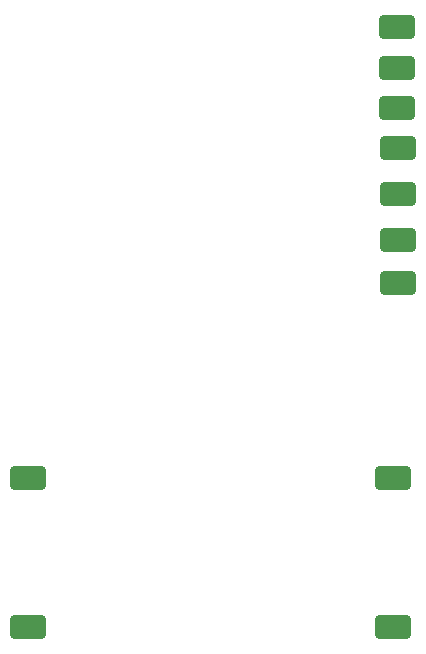
<source format=gbr>
%TF.GenerationSoftware,KiCad,Pcbnew,9.0.2*%
%TF.CreationDate,2025-06-04T23:53:16+09:00*%
%TF.ProjectId,__,78912e6b-6963-4616-945f-706362585858,rev?*%
%TF.SameCoordinates,Original*%
%TF.FileFunction,Paste,Top*%
%TF.FilePolarity,Positive*%
%FSLAX46Y46*%
G04 Gerber Fmt 4.6, Leading zero omitted, Abs format (unit mm)*
G04 Created by KiCad (PCBNEW 9.0.2) date 2025-06-04 23:53:16*
%MOMM*%
%LPD*%
G01*
G04 APERTURE LIST*
G04 Aperture macros list*
%AMRoundRect*
0 Rectangle with rounded corners*
0 $1 Rounding radius*
0 $2 $3 $4 $5 $6 $7 $8 $9 X,Y pos of 4 corners*
0 Add a 4 corners polygon primitive as box body*
4,1,4,$2,$3,$4,$5,$6,$7,$8,$9,$2,$3,0*
0 Add four circle primitives for the rounded corners*
1,1,$1+$1,$2,$3*
1,1,$1+$1,$4,$5*
1,1,$1+$1,$6,$7*
1,1,$1+$1,$8,$9*
0 Add four rect primitives between the rounded corners*
20,1,$1+$1,$2,$3,$4,$5,0*
20,1,$1+$1,$4,$5,$6,$7,0*
20,1,$1+$1,$6,$7,$8,$9,0*
20,1,$1+$1,$8,$9,$2,$3,0*%
G04 Aperture macros list end*
%ADD10RoundRect,0.300000X-1.200000X-0.700000X1.200000X-0.700000X1.200000X0.700000X-1.200000X0.700000X0*%
G04 APERTURE END LIST*
D10*
%TO.C,*%
X52900000Y-5275000D03*
%TD*%
%TO.C,PAD*%
X52950000Y-15950000D03*
%TD*%
%TO.C,PAD*%
X52950000Y-12050000D03*
%TD*%
%TO.C,*%
X53000000Y-19850000D03*
%TD*%
%TO.C,*%
X21650000Y-52600000D03*
%TD*%
%TO.C,*%
X52900000Y-1850000D03*
%TD*%
%TO.C,PAD*%
X53000000Y-23550000D03*
%TD*%
%TO.C,PAD*%
X52550000Y-52600000D03*
%TD*%
%TO.C,*%
X21650000Y-40000000D03*
%TD*%
%TO.C,*%
X52900000Y-8700000D03*
%TD*%
%TO.C,*%
X52550000Y-40000000D03*
%TD*%
M02*

</source>
